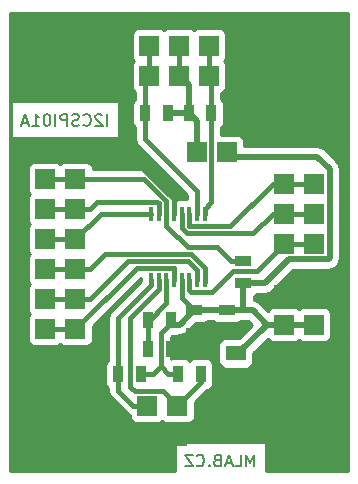
<source format=gbr>
G04 #@! TF.FileFunction,Copper,L2,Bot,Signal*
%FSLAX46Y46*%
G04 Gerber Fmt 4.6, Leading zero omitted, Abs format (unit mm)*
G04 Created by KiCad (PCBNEW 0.201412081631+5316~19~ubuntu14.04.1-product) date St 10. prosinec 2014, 17:13:08 CET*
%MOMM*%
G01*
G04 APERTURE LIST*
%ADD10C,0.100000*%
%ADD11C,0.200000*%
%ADD12R,1.651000X1.651000*%
%ADD13R,0.889000X1.397000*%
%ADD14R,1.397000X0.889000*%
%ADD15R,0.381000X1.270000*%
%ADD16C,6.000000*%
%ADD17R,1.699260X1.300480*%
%ADD18C,0.508000*%
%ADD19C,0.381000*%
%ADD20C,0.254000*%
G04 APERTURE END LIST*
D10*
D11*
X9159905Y30154619D02*
X9159905Y31154619D01*
X8731334Y31059381D02*
X8683715Y31107000D01*
X8588477Y31154619D01*
X8350381Y31154619D01*
X8255143Y31107000D01*
X8207524Y31059381D01*
X8159905Y30964143D01*
X8159905Y30868905D01*
X8207524Y30726048D01*
X8778953Y30154619D01*
X8159905Y30154619D01*
X7159905Y30249857D02*
X7207524Y30202238D01*
X7350381Y30154619D01*
X7445619Y30154619D01*
X7588477Y30202238D01*
X7683715Y30297476D01*
X7731334Y30392714D01*
X7778953Y30583190D01*
X7778953Y30726048D01*
X7731334Y30916524D01*
X7683715Y31011762D01*
X7588477Y31107000D01*
X7445619Y31154619D01*
X7350381Y31154619D01*
X7207524Y31107000D01*
X7159905Y31059381D01*
X6778953Y30202238D02*
X6636096Y30154619D01*
X6398000Y30154619D01*
X6302762Y30202238D01*
X6255143Y30249857D01*
X6207524Y30345095D01*
X6207524Y30440333D01*
X6255143Y30535571D01*
X6302762Y30583190D01*
X6398000Y30630810D01*
X6588477Y30678429D01*
X6683715Y30726048D01*
X6731334Y30773667D01*
X6778953Y30868905D01*
X6778953Y30964143D01*
X6731334Y31059381D01*
X6683715Y31107000D01*
X6588477Y31154619D01*
X6350381Y31154619D01*
X6207524Y31107000D01*
X5778953Y30154619D02*
X5778953Y31154619D01*
X5398000Y31154619D01*
X5302762Y31107000D01*
X5255143Y31059381D01*
X5207524Y30964143D01*
X5207524Y30821286D01*
X5255143Y30726048D01*
X5302762Y30678429D01*
X5398000Y30630810D01*
X5778953Y30630810D01*
X4778953Y30154619D02*
X4778953Y31154619D01*
X4112287Y31154619D02*
X4017048Y31154619D01*
X3921810Y31107000D01*
X3874191Y31059381D01*
X3826572Y30964143D01*
X3778953Y30773667D01*
X3778953Y30535571D01*
X3826572Y30345095D01*
X3874191Y30249857D01*
X3921810Y30202238D01*
X4017048Y30154619D01*
X4112287Y30154619D01*
X4207525Y30202238D01*
X4255144Y30249857D01*
X4302763Y30345095D01*
X4350382Y30535571D01*
X4350382Y30773667D01*
X4302763Y30964143D01*
X4255144Y31059381D01*
X4207525Y31107000D01*
X4112287Y31154619D01*
X2826572Y30154619D02*
X3398001Y30154619D01*
X3112287Y30154619D02*
X3112287Y31154619D01*
X3207525Y31011762D01*
X3302763Y30916524D01*
X3398001Y30868905D01*
X2445620Y30440333D02*
X1969429Y30440333D01*
X2540858Y30154619D02*
X2207525Y31154619D01*
X1874191Y30154619D01*
X21605905Y1325619D02*
X21605905Y2325619D01*
X21272571Y1611333D01*
X20939238Y2325619D01*
X20939238Y1325619D01*
X19986857Y1325619D02*
X20463048Y1325619D01*
X20463048Y2325619D01*
X19701143Y1611333D02*
X19224952Y1611333D01*
X19796381Y1325619D02*
X19463048Y2325619D01*
X19129714Y1325619D01*
X18463047Y1849429D02*
X18320190Y1801810D01*
X18272571Y1754190D01*
X18224952Y1658952D01*
X18224952Y1516095D01*
X18272571Y1420857D01*
X18320190Y1373238D01*
X18415428Y1325619D01*
X18796381Y1325619D01*
X18796381Y2325619D01*
X18463047Y2325619D01*
X18367809Y2278000D01*
X18320190Y2230381D01*
X18272571Y2135143D01*
X18272571Y2039905D01*
X18320190Y1944667D01*
X18367809Y1897048D01*
X18463047Y1849429D01*
X18796381Y1849429D01*
X17796381Y1420857D02*
X17748762Y1373238D01*
X17796381Y1325619D01*
X17844000Y1373238D01*
X17796381Y1420857D01*
X17796381Y1325619D01*
X16748762Y1420857D02*
X16796381Y1373238D01*
X16939238Y1325619D01*
X17034476Y1325619D01*
X17177334Y1373238D01*
X17272572Y1468476D01*
X17320191Y1563714D01*
X17367810Y1754190D01*
X17367810Y1897048D01*
X17320191Y2087524D01*
X17272572Y2182762D01*
X17177334Y2278000D01*
X17034476Y2325619D01*
X16939238Y2325619D01*
X16796381Y2278000D01*
X16748762Y2230381D01*
X16415429Y2325619D02*
X15748762Y2325619D01*
X16415429Y1325619D01*
X15748762Y1325619D01*
D12*
X26670000Y20193000D03*
X26670000Y22733000D03*
X26670000Y25273000D03*
X24130000Y25273000D03*
X24130000Y22733000D03*
X24130000Y20193000D03*
D13*
X17970500Y31242000D03*
X16065500Y31242000D03*
D14*
X16510000Y14541500D03*
X16510000Y12636500D03*
X19304000Y14541500D03*
X19304000Y12636500D03*
D13*
X12382500Y31242000D03*
X14287500Y31242000D03*
X12636500Y11303000D03*
X14541500Y11303000D03*
D14*
X20701000Y16827500D03*
X20701000Y18732500D03*
D13*
X14541500Y13716000D03*
X12636500Y13716000D03*
D15*
X12875260Y22712680D03*
X13525500Y22712680D03*
X14175740Y22712680D03*
X14825980Y22712680D03*
X15476220Y22712680D03*
X16126460Y22712680D03*
X16776700Y22712680D03*
X17426940Y22712680D03*
X17426940Y17114520D03*
X16776700Y17114520D03*
X16126460Y17114520D03*
X15476220Y17114520D03*
X14825980Y17114520D03*
X14175740Y17114520D03*
X13525500Y17114520D03*
X12875260Y17114520D03*
D12*
X26670000Y10795000D03*
X26670000Y13335000D03*
X26670000Y15875000D03*
X24130000Y15875000D03*
X24130000Y13335000D03*
X24130000Y10795000D03*
X6477000Y28194000D03*
X3937000Y12954000D03*
X6477000Y25654000D03*
X3937000Y18034000D03*
X3937000Y25654000D03*
X6477000Y23114000D03*
X6477000Y18034000D03*
X3937000Y20574000D03*
X6477000Y12954000D03*
X6477000Y15494000D03*
X6477000Y20574000D03*
X3937000Y23114000D03*
X3937000Y15494000D03*
X3937000Y28194000D03*
X17780000Y34417000D03*
X10160000Y36957000D03*
X15240000Y36957000D03*
X10160000Y34417000D03*
X20320000Y36957000D03*
X17780000Y36957000D03*
X12700000Y36957000D03*
X20320000Y34417000D03*
X12700000Y34417000D03*
X15240000Y34417000D03*
D16*
X25400000Y5080000D03*
X5080000Y35560000D03*
X5080000Y5080000D03*
X25400000Y35560000D03*
D12*
X16764000Y27940000D03*
X19304000Y27940000D03*
X12573000Y6477000D03*
X12573000Y3937000D03*
X15113000Y3937000D03*
X15113000Y6477000D03*
D13*
X12001500Y9144000D03*
X10096500Y9144000D03*
X15176500Y9144000D03*
X17081500Y9144000D03*
D17*
X20066000Y7393940D03*
X20066000Y10894060D03*
D18*
X18669000Y14541500D02*
X16510000Y14541500D01*
D19*
X15476220Y15575280D02*
X16510000Y14541500D01*
X15476220Y17114520D02*
X15476220Y15575280D01*
D18*
X15303500Y13335000D02*
X16510000Y14541500D01*
X14541500Y13335000D02*
X15303500Y13335000D01*
X24130000Y13335000D02*
X23050500Y13335000D01*
X20265390Y10894060D02*
X20066000Y10894060D01*
X22706330Y13335000D02*
X20265390Y10894060D01*
X23050500Y13335000D02*
X22706330Y13335000D01*
X24130000Y13335000D02*
X26670000Y13335000D01*
X22706330Y13335000D02*
X21499830Y14541500D01*
X20701000Y14589081D02*
X20701000Y16827500D01*
X21499830Y14541500D02*
X20653419Y14541500D01*
X20653419Y14541500D02*
X20701000Y14589081D01*
X20653419Y14541500D02*
X18669000Y14541500D01*
X27901901Y18859499D02*
X28003501Y18961099D01*
X24549097Y18859499D02*
X27901901Y18859499D01*
X22517098Y16827500D02*
X24549097Y18859499D01*
X20701000Y16827500D02*
X22517098Y16827500D01*
X20637500Y27559000D02*
X19304000Y27559000D01*
X26949402Y27559000D02*
X20637500Y27559000D01*
X28003501Y26504901D02*
X26949402Y27559000D01*
X28003501Y26149300D02*
X28003501Y26504901D01*
X28003501Y18961099D02*
X28003501Y26149300D01*
D19*
X14541500Y13462000D02*
X14541500Y13716000D01*
X13706499Y12626999D02*
X14541500Y13462000D01*
X13706499Y9788501D02*
X13706499Y12626999D01*
X14351000Y9144000D02*
X13706499Y9788501D01*
X15176500Y9144000D02*
X14351000Y9144000D01*
X13061998Y9144000D02*
X13706499Y9788501D01*
X12001500Y9144000D02*
X13061998Y9144000D01*
X7683500Y28194000D02*
X6477000Y28194000D01*
X10565686Y28194000D02*
X7683500Y28194000D01*
X14825980Y22712680D02*
X14825980Y23933706D01*
X13920318Y25096318D02*
X14097000Y25273000D01*
X13920318Y24839368D02*
X13920318Y25096318D01*
X14825980Y23933706D02*
X13920318Y24839368D01*
X13920318Y24839368D02*
X10565686Y28194000D01*
X23177500Y22733000D02*
X24384000Y22733000D01*
X21550669Y21106169D02*
X23177500Y22733000D01*
X15895299Y21106169D02*
X21550669Y21106169D01*
X15476220Y21525248D02*
X15895299Y21106169D01*
X15476220Y22712680D02*
X15476220Y21525248D01*
X24130000Y22733000D02*
X26670000Y22733000D01*
X23177500Y25273000D02*
X24384000Y25273000D01*
X19591679Y21687179D02*
X23177500Y25273000D01*
X16135961Y21687179D02*
X19591679Y21687179D01*
X16126460Y21696680D02*
X16135961Y21687179D01*
X16126460Y22712680D02*
X16126460Y21696680D01*
X24130000Y25273000D02*
X26670000Y25273000D01*
X24384000Y20193000D02*
X26924000Y20193000D01*
X21834499Y17897499D02*
X24130000Y20193000D01*
X19827897Y17897499D02*
X21834499Y17897499D01*
X18019417Y16089019D02*
X19827897Y17897499D01*
X16273799Y16089019D02*
X18019417Y16089019D01*
X16126460Y16236358D02*
X16273799Y16089019D01*
X16126460Y17114520D02*
X16126460Y16236358D01*
X15240000Y34290000D02*
X15240000Y36830000D01*
D18*
X16065500Y31242000D02*
X14287500Y31242000D01*
X16065500Y33591500D02*
X15240000Y34417000D01*
X16065500Y31242000D02*
X16065500Y33591500D01*
X16764000Y30543500D02*
X16065500Y31242000D01*
X16764000Y27559000D02*
X16764000Y30543500D01*
D19*
X6477000Y12954000D02*
X3937000Y12954000D01*
X11663021Y18140021D02*
X6477000Y12954000D01*
X14816479Y18140021D02*
X11663021Y18140021D01*
X14825980Y18130520D02*
X14816479Y18140021D01*
X14825980Y17114520D02*
X14825980Y18130520D01*
X6477000Y20574000D02*
X3937000Y20574000D01*
X8615680Y22712680D02*
X6477000Y20574000D01*
X12875260Y22712680D02*
X8615680Y22712680D01*
X17426940Y17114520D02*
X17426940Y16918940D01*
D20*
X17426940Y17114520D02*
X17426940Y17498060D01*
D19*
X7683500Y18034000D02*
X6477000Y18034000D01*
X8951541Y19302041D02*
X7683500Y18034000D01*
X16289013Y19302041D02*
X8951541Y19302041D01*
X17426940Y18164114D02*
X16289013Y19302041D01*
X17426940Y17114520D02*
X17426940Y18164114D01*
X3937000Y18034000D02*
X6477000Y18034000D01*
X3937000Y23114000D02*
X6477000Y23114000D01*
X7683500Y23114000D02*
X6477000Y23114000D01*
X8307681Y23738181D02*
X7683500Y23114000D01*
X13378161Y23738181D02*
X8307681Y23738181D01*
X13525500Y23590842D02*
X13378161Y23738181D01*
X13525500Y22712680D02*
X13525500Y23590842D01*
X7683500Y15494000D02*
X6477000Y15494000D01*
X10910531Y18721031D02*
X7683500Y15494000D01*
X16048351Y18721031D02*
X10910531Y18721031D01*
X16776700Y17992682D02*
X16048351Y18721031D01*
X16776700Y17114520D02*
X16776700Y17992682D01*
X3937000Y15494000D02*
X6477000Y15494000D01*
X6477000Y25654000D02*
X3937000Y25654000D01*
X7683500Y25654000D02*
X6477000Y25654000D01*
X12284014Y25654000D02*
X7683500Y25654000D01*
X14175740Y23762274D02*
X12284014Y25654000D01*
X14175740Y22712680D02*
X14175740Y23762274D01*
X19621500Y18732500D02*
X20701000Y18732500D01*
X18470949Y19883051D02*
X19621500Y18732500D01*
X15989369Y19883051D02*
X18470949Y19883051D01*
X14175740Y21696680D02*
X15989369Y19883051D01*
X14175740Y22712680D02*
X14175740Y21696680D01*
X13896999Y7693001D02*
X15113000Y6477000D01*
X11112499Y8089899D02*
X11509397Y7693001D01*
X11509397Y7693001D02*
X13896999Y7693001D01*
X13525500Y16319500D02*
X13525500Y17114520D01*
X11112499Y13906499D02*
X13525500Y16319500D01*
X11112499Y8089899D02*
X11112499Y13906499D01*
X17081500Y8445500D02*
X15113000Y6477000D01*
X17081500Y9144000D02*
X17081500Y8445500D01*
D20*
X12875260Y17114520D02*
X12875260Y17559020D01*
D19*
X11366500Y6477000D02*
X12573000Y6477000D01*
X10096500Y7747000D02*
X11366500Y6477000D01*
X10096500Y9144000D02*
X10096500Y7747000D01*
X10096500Y10223500D02*
X10096500Y9144000D01*
X10096500Y13891260D02*
X10096500Y10223500D01*
X12875260Y16670020D02*
X10096500Y13891260D01*
X12875260Y17114520D02*
X12875260Y16670020D01*
X12636500Y11303000D02*
X12636500Y13335000D01*
X14175740Y16098520D02*
X14175740Y17114520D01*
X14175740Y15128240D02*
X14175740Y16098520D01*
X12636500Y13589000D02*
X14175740Y15128240D01*
X12636500Y13335000D02*
X12636500Y13589000D01*
X17426940Y33936940D02*
X17780000Y34290000D01*
X17780000Y34290000D02*
X17780000Y36830000D01*
X17426940Y23157180D02*
X17426940Y22712680D01*
X17998440Y23728680D02*
X17426940Y23157180D01*
X17998440Y30134560D02*
X17998440Y23728680D01*
X17970500Y30162500D02*
X17998440Y30134560D01*
X17970500Y31242000D02*
X17970500Y30162500D01*
X17970500Y34226500D02*
X17780000Y34417000D01*
X17970500Y31242000D02*
X17970500Y34226500D01*
X12255500Y33972500D02*
X12700000Y34417000D01*
X12700000Y34290000D02*
X12700000Y36830000D01*
X16776700Y22712680D02*
X16776700Y24625300D01*
X12382500Y29019500D02*
X12382500Y31242000D01*
X16776700Y24625300D02*
X12382500Y29019500D01*
X12382500Y34099500D02*
X12700000Y34417000D01*
X12382500Y31242000D02*
X12382500Y34099500D01*
D20*
G36*
X29539000Y941000D02*
X28892501Y941000D01*
X28892501Y18961099D01*
X28892501Y26149300D01*
X28892501Y26504901D01*
X28824830Y26845106D01*
X28824830Y26845107D01*
X28632119Y27133519D01*
X27578020Y28187618D01*
X27289608Y28380329D01*
X26949402Y28448000D01*
X20764500Y28448000D01*
X20764500Y28891809D01*
X20667827Y29125198D01*
X20489199Y29303827D01*
X20255810Y29400500D01*
X20003191Y29400500D01*
X18823940Y29400500D01*
X18823940Y30054415D01*
X18953327Y30183801D01*
X19050000Y30417190D01*
X19050000Y30669809D01*
X19050000Y32066809D01*
X18953327Y32300198D01*
X18796000Y32457525D01*
X18796000Y32983089D01*
X18965198Y33053173D01*
X19143827Y33231801D01*
X19240500Y33465190D01*
X19240500Y33717809D01*
X19240500Y35368809D01*
X19143827Y35602198D01*
X19059025Y35687000D01*
X19143827Y35771801D01*
X19240500Y36005190D01*
X19240500Y36257809D01*
X19240500Y37908809D01*
X19143827Y38142198D01*
X18965199Y38320827D01*
X18731810Y38417500D01*
X18479191Y38417500D01*
X16828191Y38417500D01*
X16594802Y38320827D01*
X16510000Y38236026D01*
X16425199Y38320827D01*
X16191810Y38417500D01*
X15939191Y38417500D01*
X14288191Y38417500D01*
X14054802Y38320827D01*
X13970000Y38236026D01*
X13885199Y38320827D01*
X13651810Y38417500D01*
X13399191Y38417500D01*
X11748191Y38417500D01*
X11514802Y38320827D01*
X11336173Y38142199D01*
X11239500Y37908810D01*
X11239500Y37656191D01*
X11239500Y36005191D01*
X11336173Y35771802D01*
X11420974Y35687001D01*
X11336173Y35602199D01*
X11239500Y35368810D01*
X11239500Y35116191D01*
X11239500Y33465191D01*
X11336173Y33231802D01*
X11514801Y33053173D01*
X11557000Y33035694D01*
X11557000Y32457526D01*
X11399673Y32300199D01*
X11303000Y32066810D01*
X11303000Y31814191D01*
X11303000Y30417191D01*
X11399673Y30183802D01*
X11557000Y30026474D01*
X11557000Y29019500D01*
X11619837Y28703594D01*
X11798783Y28435783D01*
X15951200Y24283366D01*
X15951200Y23982680D01*
X15809651Y23982680D01*
X15801340Y23979238D01*
X15793030Y23982680D01*
X15540411Y23982680D01*
X15159411Y23982680D01*
X14972776Y23905374D01*
X14938403Y24078179D01*
X14759457Y24345990D01*
X14759457Y24345991D01*
X14759453Y24345994D01*
X12867731Y26237717D01*
X12599920Y26416663D01*
X12284014Y26479500D01*
X10133000Y26479500D01*
X10133000Y29172000D01*
X10133000Y32242000D01*
X1043953Y32242000D01*
X1043953Y29172000D01*
X10133000Y29172000D01*
X10133000Y26479500D01*
X7937500Y26479500D01*
X7937500Y26605809D01*
X7840827Y26839198D01*
X7662199Y27017827D01*
X7428810Y27114500D01*
X7176191Y27114500D01*
X5525191Y27114500D01*
X5291802Y27017827D01*
X5207000Y26933026D01*
X5122199Y27017827D01*
X4888810Y27114500D01*
X4636191Y27114500D01*
X2985191Y27114500D01*
X2751802Y27017827D01*
X2573173Y26839199D01*
X2476500Y26605810D01*
X2476500Y26353191D01*
X2476500Y24702191D01*
X2573173Y24468802D01*
X2657974Y24384001D01*
X2573173Y24299199D01*
X2476500Y24065810D01*
X2476500Y23813191D01*
X2476500Y22162191D01*
X2573173Y21928802D01*
X2657974Y21844001D01*
X2573173Y21759199D01*
X2476500Y21525810D01*
X2476500Y21273191D01*
X2476500Y19622191D01*
X2573173Y19388802D01*
X2657974Y19304001D01*
X2573173Y19219199D01*
X2476500Y18985810D01*
X2476500Y18733191D01*
X2476500Y17082191D01*
X2573173Y16848802D01*
X2657974Y16764001D01*
X2573173Y16679199D01*
X2476500Y16445810D01*
X2476500Y16193191D01*
X2476500Y14542191D01*
X2573173Y14308802D01*
X2657974Y14224001D01*
X2573173Y14139199D01*
X2476500Y13905810D01*
X2476500Y13653191D01*
X2476500Y12002191D01*
X2573173Y11768802D01*
X2751801Y11590173D01*
X2985190Y11493500D01*
X3237809Y11493500D01*
X4888809Y11493500D01*
X5122198Y11590173D01*
X5206999Y11674975D01*
X5291801Y11590173D01*
X5525190Y11493500D01*
X5777809Y11493500D01*
X7428809Y11493500D01*
X7662198Y11590173D01*
X7840827Y11768801D01*
X7937500Y12002190D01*
X7937500Y12254809D01*
X7937500Y13247067D01*
X12004954Y17314521D01*
X12049760Y17314521D01*
X12049760Y17114520D01*
X12049760Y17011954D01*
X9512783Y14474977D01*
X9333837Y14207166D01*
X9271000Y13891260D01*
X9271000Y10359526D01*
X9113673Y10202199D01*
X9017000Y9968810D01*
X9017000Y9716191D01*
X9017000Y8319191D01*
X9113673Y8085802D01*
X9271000Y7928474D01*
X9271000Y7747000D01*
X9333837Y7431094D01*
X9512783Y7163283D01*
X10782780Y5893287D01*
X10782783Y5893283D01*
X10943324Y5786014D01*
X11050594Y5714337D01*
X11050595Y5714337D01*
X11112500Y5702024D01*
X11112500Y5525191D01*
X11209173Y5291802D01*
X11387801Y5113173D01*
X11621190Y5016500D01*
X11873809Y5016500D01*
X13524809Y5016500D01*
X13758198Y5113173D01*
X13842999Y5197975D01*
X13927801Y5113173D01*
X14161190Y5016500D01*
X14413809Y5016500D01*
X16064809Y5016500D01*
X16298198Y5113173D01*
X16476827Y5291801D01*
X16573500Y5525190D01*
X16573500Y5777809D01*
X16573500Y6770067D01*
X17613933Y7810500D01*
X17652309Y7810500D01*
X17885698Y7907173D01*
X18064327Y8085801D01*
X18161000Y8319190D01*
X18161000Y8571809D01*
X18161000Y9968809D01*
X18064327Y10202198D01*
X17885699Y10380827D01*
X17652310Y10477500D01*
X17399691Y10477500D01*
X16510691Y10477500D01*
X16277302Y10380827D01*
X16128999Y10232526D01*
X15980699Y10380827D01*
X15747310Y10477500D01*
X15494691Y10477500D01*
X14605691Y10477500D01*
X14531999Y10446976D01*
X14531999Y12285066D01*
X14629433Y12382500D01*
X15112309Y12382500D01*
X15265611Y12446000D01*
X15303500Y12446000D01*
X15643705Y12513671D01*
X15643706Y12513671D01*
X15932118Y12706382D01*
X16687736Y13462000D01*
X17334809Y13462000D01*
X17568198Y13558673D01*
X17662025Y13652500D01*
X18151974Y13652500D01*
X18245801Y13558673D01*
X18479190Y13462000D01*
X18731809Y13462000D01*
X20128809Y13462000D01*
X20362198Y13558673D01*
X20456025Y13652500D01*
X20653419Y13652500D01*
X21131594Y13652500D01*
X21449094Y13335000D01*
X20293394Y12179300D01*
X19090061Y12179300D01*
X18856672Y12082627D01*
X18678043Y11903999D01*
X18581370Y11670610D01*
X18581370Y11417991D01*
X18581370Y10117511D01*
X18678043Y9884122D01*
X18856671Y9705493D01*
X19090060Y9608820D01*
X19342679Y9608820D01*
X21041939Y9608820D01*
X21275328Y9705493D01*
X21453957Y9884121D01*
X21550630Y10117510D01*
X21550630Y10370129D01*
X21550630Y10922064D01*
X22772270Y12143705D01*
X22944801Y11971173D01*
X23178190Y11874500D01*
X23430809Y11874500D01*
X25081809Y11874500D01*
X25315198Y11971173D01*
X25399999Y12055975D01*
X25484801Y11971173D01*
X25718190Y11874500D01*
X25970809Y11874500D01*
X27621809Y11874500D01*
X27855198Y11971173D01*
X28033827Y12149801D01*
X28130500Y12383190D01*
X28130500Y12635809D01*
X28130500Y14286809D01*
X28033827Y14520198D01*
X27855199Y14698827D01*
X27621810Y14795500D01*
X27369191Y14795500D01*
X25718191Y14795500D01*
X25484802Y14698827D01*
X25400000Y14614026D01*
X25315199Y14698827D01*
X25081810Y14795500D01*
X24829191Y14795500D01*
X23178191Y14795500D01*
X22944802Y14698827D01*
X22772270Y14526296D01*
X22128448Y15170118D01*
X21840036Y15362829D01*
X21590000Y15412564D01*
X21590000Y15774589D01*
X21759198Y15844673D01*
X21853025Y15938500D01*
X22517098Y15938500D01*
X22857303Y16006171D01*
X22857304Y16006171D01*
X23145716Y16198882D01*
X24917332Y17970499D01*
X27901901Y17970499D01*
X28242106Y18038170D01*
X28242107Y18038170D01*
X28530519Y18230881D01*
X28632119Y18332481D01*
X28824830Y18620893D01*
X28824830Y18620894D01*
X28892501Y18961099D01*
X28892501Y941000D01*
X22579000Y941000D01*
X22579000Y3413000D01*
X14870905Y3413000D01*
X14870905Y941000D01*
X941000Y941000D01*
X941000Y39699000D01*
X29539000Y39699000D01*
X29539000Y941000D01*
X29539000Y941000D01*
G37*
X29539000Y941000D02*
X28892501Y941000D01*
X28892501Y18961099D01*
X28892501Y26149300D01*
X28892501Y26504901D01*
X28824830Y26845106D01*
X28824830Y26845107D01*
X28632119Y27133519D01*
X27578020Y28187618D01*
X27289608Y28380329D01*
X26949402Y28448000D01*
X20764500Y28448000D01*
X20764500Y28891809D01*
X20667827Y29125198D01*
X20489199Y29303827D01*
X20255810Y29400500D01*
X20003191Y29400500D01*
X18823940Y29400500D01*
X18823940Y30054415D01*
X18953327Y30183801D01*
X19050000Y30417190D01*
X19050000Y30669809D01*
X19050000Y32066809D01*
X18953327Y32300198D01*
X18796000Y32457525D01*
X18796000Y32983089D01*
X18965198Y33053173D01*
X19143827Y33231801D01*
X19240500Y33465190D01*
X19240500Y33717809D01*
X19240500Y35368809D01*
X19143827Y35602198D01*
X19059025Y35687000D01*
X19143827Y35771801D01*
X19240500Y36005190D01*
X19240500Y36257809D01*
X19240500Y37908809D01*
X19143827Y38142198D01*
X18965199Y38320827D01*
X18731810Y38417500D01*
X18479191Y38417500D01*
X16828191Y38417500D01*
X16594802Y38320827D01*
X16510000Y38236026D01*
X16425199Y38320827D01*
X16191810Y38417500D01*
X15939191Y38417500D01*
X14288191Y38417500D01*
X14054802Y38320827D01*
X13970000Y38236026D01*
X13885199Y38320827D01*
X13651810Y38417500D01*
X13399191Y38417500D01*
X11748191Y38417500D01*
X11514802Y38320827D01*
X11336173Y38142199D01*
X11239500Y37908810D01*
X11239500Y37656191D01*
X11239500Y36005191D01*
X11336173Y35771802D01*
X11420974Y35687001D01*
X11336173Y35602199D01*
X11239500Y35368810D01*
X11239500Y35116191D01*
X11239500Y33465191D01*
X11336173Y33231802D01*
X11514801Y33053173D01*
X11557000Y33035694D01*
X11557000Y32457526D01*
X11399673Y32300199D01*
X11303000Y32066810D01*
X11303000Y31814191D01*
X11303000Y30417191D01*
X11399673Y30183802D01*
X11557000Y30026474D01*
X11557000Y29019500D01*
X11619837Y28703594D01*
X11798783Y28435783D01*
X15951200Y24283366D01*
X15951200Y23982680D01*
X15809651Y23982680D01*
X15801340Y23979238D01*
X15793030Y23982680D01*
X15540411Y23982680D01*
X15159411Y23982680D01*
X14972776Y23905374D01*
X14938403Y24078179D01*
X14759457Y24345990D01*
X14759457Y24345991D01*
X14759453Y24345994D01*
X12867731Y26237717D01*
X12599920Y26416663D01*
X12284014Y26479500D01*
X10133000Y26479500D01*
X10133000Y29172000D01*
X10133000Y32242000D01*
X1043953Y32242000D01*
X1043953Y29172000D01*
X10133000Y29172000D01*
X10133000Y26479500D01*
X7937500Y26479500D01*
X7937500Y26605809D01*
X7840827Y26839198D01*
X7662199Y27017827D01*
X7428810Y27114500D01*
X7176191Y27114500D01*
X5525191Y27114500D01*
X5291802Y27017827D01*
X5207000Y26933026D01*
X5122199Y27017827D01*
X4888810Y27114500D01*
X4636191Y27114500D01*
X2985191Y27114500D01*
X2751802Y27017827D01*
X2573173Y26839199D01*
X2476500Y26605810D01*
X2476500Y26353191D01*
X2476500Y24702191D01*
X2573173Y24468802D01*
X2657974Y24384001D01*
X2573173Y24299199D01*
X2476500Y24065810D01*
X2476500Y23813191D01*
X2476500Y22162191D01*
X2573173Y21928802D01*
X2657974Y21844001D01*
X2573173Y21759199D01*
X2476500Y21525810D01*
X2476500Y21273191D01*
X2476500Y19622191D01*
X2573173Y19388802D01*
X2657974Y19304001D01*
X2573173Y19219199D01*
X2476500Y18985810D01*
X2476500Y18733191D01*
X2476500Y17082191D01*
X2573173Y16848802D01*
X2657974Y16764001D01*
X2573173Y16679199D01*
X2476500Y16445810D01*
X2476500Y16193191D01*
X2476500Y14542191D01*
X2573173Y14308802D01*
X2657974Y14224001D01*
X2573173Y14139199D01*
X2476500Y13905810D01*
X2476500Y13653191D01*
X2476500Y12002191D01*
X2573173Y11768802D01*
X2751801Y11590173D01*
X2985190Y11493500D01*
X3237809Y11493500D01*
X4888809Y11493500D01*
X5122198Y11590173D01*
X5206999Y11674975D01*
X5291801Y11590173D01*
X5525190Y11493500D01*
X5777809Y11493500D01*
X7428809Y11493500D01*
X7662198Y11590173D01*
X7840827Y11768801D01*
X7937500Y12002190D01*
X7937500Y12254809D01*
X7937500Y13247067D01*
X12004954Y17314521D01*
X12049760Y17314521D01*
X12049760Y17114520D01*
X12049760Y17011954D01*
X9512783Y14474977D01*
X9333837Y14207166D01*
X9271000Y13891260D01*
X9271000Y10359526D01*
X9113673Y10202199D01*
X9017000Y9968810D01*
X9017000Y9716191D01*
X9017000Y8319191D01*
X9113673Y8085802D01*
X9271000Y7928474D01*
X9271000Y7747000D01*
X9333837Y7431094D01*
X9512783Y7163283D01*
X10782780Y5893287D01*
X10782783Y5893283D01*
X10943324Y5786014D01*
X11050594Y5714337D01*
X11050595Y5714337D01*
X11112500Y5702024D01*
X11112500Y5525191D01*
X11209173Y5291802D01*
X11387801Y5113173D01*
X11621190Y5016500D01*
X11873809Y5016500D01*
X13524809Y5016500D01*
X13758198Y5113173D01*
X13842999Y5197975D01*
X13927801Y5113173D01*
X14161190Y5016500D01*
X14413809Y5016500D01*
X16064809Y5016500D01*
X16298198Y5113173D01*
X16476827Y5291801D01*
X16573500Y5525190D01*
X16573500Y5777809D01*
X16573500Y6770067D01*
X17613933Y7810500D01*
X17652309Y7810500D01*
X17885698Y7907173D01*
X18064327Y8085801D01*
X18161000Y8319190D01*
X18161000Y8571809D01*
X18161000Y9968809D01*
X18064327Y10202198D01*
X17885699Y10380827D01*
X17652310Y10477500D01*
X17399691Y10477500D01*
X16510691Y10477500D01*
X16277302Y10380827D01*
X16128999Y10232526D01*
X15980699Y10380827D01*
X15747310Y10477500D01*
X15494691Y10477500D01*
X14605691Y10477500D01*
X14531999Y10446976D01*
X14531999Y12285066D01*
X14629433Y12382500D01*
X15112309Y12382500D01*
X15265611Y12446000D01*
X15303500Y12446000D01*
X15643705Y12513671D01*
X15643706Y12513671D01*
X15932118Y12706382D01*
X16687736Y13462000D01*
X17334809Y13462000D01*
X17568198Y13558673D01*
X17662025Y13652500D01*
X18151974Y13652500D01*
X18245801Y13558673D01*
X18479190Y13462000D01*
X18731809Y13462000D01*
X20128809Y13462000D01*
X20362198Y13558673D01*
X20456025Y13652500D01*
X20653419Y13652500D01*
X21131594Y13652500D01*
X21449094Y13335000D01*
X20293394Y12179300D01*
X19090061Y12179300D01*
X18856672Y12082627D01*
X18678043Y11903999D01*
X18581370Y11670610D01*
X18581370Y11417991D01*
X18581370Y10117511D01*
X18678043Y9884122D01*
X18856671Y9705493D01*
X19090060Y9608820D01*
X19342679Y9608820D01*
X21041939Y9608820D01*
X21275328Y9705493D01*
X21453957Y9884121D01*
X21550630Y10117510D01*
X21550630Y10370129D01*
X21550630Y10922064D01*
X22772270Y12143705D01*
X22944801Y11971173D01*
X23178190Y11874500D01*
X23430809Y11874500D01*
X25081809Y11874500D01*
X25315198Y11971173D01*
X25399999Y12055975D01*
X25484801Y11971173D01*
X25718190Y11874500D01*
X25970809Y11874500D01*
X27621809Y11874500D01*
X27855198Y11971173D01*
X28033827Y12149801D01*
X28130500Y12383190D01*
X28130500Y12635809D01*
X28130500Y14286809D01*
X28033827Y14520198D01*
X27855199Y14698827D01*
X27621810Y14795500D01*
X27369191Y14795500D01*
X25718191Y14795500D01*
X25484802Y14698827D01*
X25400000Y14614026D01*
X25315199Y14698827D01*
X25081810Y14795500D01*
X24829191Y14795500D01*
X23178191Y14795500D01*
X22944802Y14698827D01*
X22772270Y14526296D01*
X22128448Y15170118D01*
X21840036Y15362829D01*
X21590000Y15412564D01*
X21590000Y15774589D01*
X21759198Y15844673D01*
X21853025Y15938500D01*
X22517098Y15938500D01*
X22857303Y16006171D01*
X22857304Y16006171D01*
X23145716Y16198882D01*
X24917332Y17970499D01*
X27901901Y17970499D01*
X28242106Y18038170D01*
X28242107Y18038170D01*
X28530519Y18230881D01*
X28632119Y18332481D01*
X28824830Y18620893D01*
X28824830Y18620894D01*
X28892501Y18961099D01*
X28892501Y941000D01*
X22579000Y941000D01*
X22579000Y3413000D01*
X14870905Y3413000D01*
X14870905Y941000D01*
X941000Y941000D01*
X941000Y39699000D01*
X29539000Y39699000D01*
X29539000Y941000D01*
M02*

</source>
